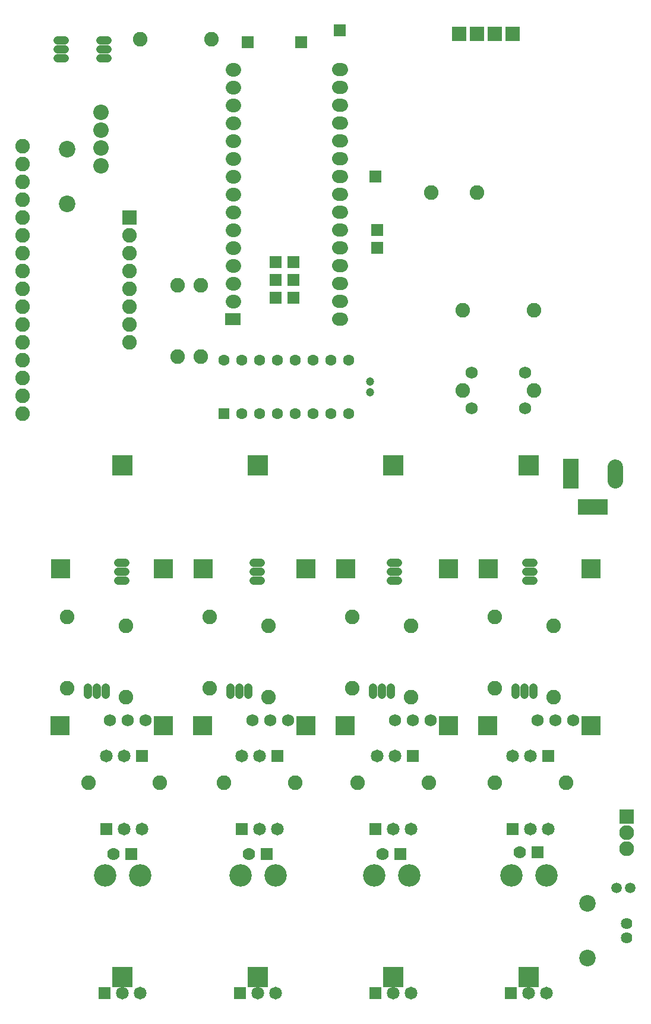
<source format=gts>
G04 Layer: TopSolderMaskLayer*
G04 EasyEDA v5.9.42, Thu, 04 Apr 2019 19:27:21 GMT*
G04 a42c463e7e4844508e23aeb05d994216*
G04 Gerber Generator version 0.2*
G04 Scale: 100 percent, Rotated: No, Reflected: No *
G04 Dimensions in millimeters *
G04 leading zeros omitted , absolute positions ,3 integer and 3 decimal *
%FSLAX33Y33*%
%MOMM*%
G90*
G71D02*

%ADD37C,1.778000*%
%ADD62C,1.203198*%
%ADD63C,2.203196*%
%ADD64C,1.981200*%
%ADD65C,1.903197*%
%ADD66C,1.727200*%
%ADD67R,2.903220X2.903220*%
%ADD68R,1.600200X1.600200*%
%ADD69C,1.600200*%
%ADD70C,2.082800*%
%ADD71R,1.778000X1.778000*%
%ADD72R,2.743200X2.743200*%
%ADD73R,2.203196X4.203192*%
%ADD74R,4.203192X2.203196*%
%ADD75R,2.082800X2.082800*%
%ADD76R,1.816100X1.816100*%
%ADD77C,1.816100*%
%ADD78C,3.203194*%
%ADD79R,2.203196X1.803197*%
%ADD80R,2.003196X2.003196*%
%ADD81R,2.108200X2.108200*%
%ADD82C,2.108200*%
%ADD83C,1.503197*%
%ADD84C,1.625600*%
%ADD85C,2.362200*%

%LPD*%
G54D62*
G01X19422Y66149D02*
G01X18423Y66149D01*
G01X19422Y64879D02*
G01X18423Y64879D01*
G01X19422Y63609D02*
G01X18423Y63609D01*
G01X38726Y66149D02*
G01X37727Y66149D01*
G01X38726Y64879D02*
G01X37727Y64879D01*
G01X38726Y63609D02*
G01X37727Y63609D01*
G01X58284Y66149D02*
G01X57285Y66149D01*
G01X58284Y64879D02*
G01X57285Y64879D01*
G01X58284Y63609D02*
G01X57285Y63609D01*
G01X77588Y66149D02*
G01X76589Y66149D01*
G01X77588Y64879D02*
G01X76589Y64879D01*
G01X77588Y63609D02*
G01X76589Y63609D01*
G54D63*
G01X89311Y79795D02*
G01X89311Y77795D01*
G54D62*
G01X16882Y140571D02*
G01X15883Y140571D01*
G01X16882Y139301D02*
G01X15883Y139301D01*
G01X16882Y138031D02*
G01X15883Y138031D01*
G01X10786Y140571D02*
G01X9787Y140571D01*
G01X10786Y139301D02*
G01X9787Y139301D01*
G01X10786Y138031D02*
G01X9787Y138031D01*
G01X77597Y47361D02*
G01X77597Y48361D01*
G01X76327Y47361D02*
G01X76327Y48361D01*
G01X75057Y47361D02*
G01X75057Y48361D01*
G01X16637Y47361D02*
G01X16637Y48361D01*
G01X15367Y47361D02*
G01X15367Y48361D01*
G01X14097Y47361D02*
G01X14097Y48361D01*
G01X36957Y47361D02*
G01X36957Y48361D01*
G01X35687Y47361D02*
G01X35687Y48361D01*
G01X34417Y47361D02*
G01X34417Y48361D01*
G01X57277Y47361D02*
G01X57277Y48361D01*
G01X56007Y47361D02*
G01X56007Y48361D01*
G01X54737Y47361D02*
G01X54737Y48361D01*
G54D64*
G01X34637Y103360D02*
G01X34959Y103360D01*
G01X34637Y105900D02*
G01X34959Y105900D01*
G01X34637Y108440D02*
G01X34959Y108440D01*
G01X34637Y110980D02*
G01X34959Y110980D01*
G01X34637Y113520D02*
G01X34959Y113520D01*
G01X34637Y116060D02*
G01X34959Y116060D01*
G01X34637Y118600D02*
G01X34959Y118600D01*
G01X34637Y121140D02*
G01X34959Y121140D01*
G01X34637Y123680D02*
G01X34959Y123680D01*
G01X34637Y126220D02*
G01X34959Y126220D01*
G01X34637Y128760D02*
G01X34959Y128760D01*
G01X34637Y131300D02*
G01X34959Y131300D01*
G01X34637Y133840D02*
G01X34959Y133840D01*
G01X34637Y136431D02*
G01X34959Y136431D01*
G54D65*
G01X49838Y100820D02*
G01X50237Y100820D01*
G01X49838Y103360D02*
G01X50237Y103360D01*
G01X49838Y105900D02*
G01X50237Y105900D01*
G01X49838Y108440D02*
G01X50237Y108440D01*
G01X49838Y110980D02*
G01X50237Y110980D01*
G01X49838Y113520D02*
G01X50237Y113520D01*
G01X49838Y116060D02*
G01X50237Y116060D01*
G01X49838Y118600D02*
G01X50237Y118600D01*
G01X49838Y121140D02*
G01X50237Y121140D01*
G01X49838Y123680D02*
G01X50237Y123680D01*
G01X49838Y126220D02*
G01X50237Y126220D01*
G01X49838Y128760D02*
G01X50237Y128760D01*
G01X49838Y131300D02*
G01X50237Y131300D01*
G01X49838Y133840D02*
G01X50237Y133840D01*
G01X49838Y136380D02*
G01X50237Y136380D01*
G54D66*
G01X76454Y88120D03*
G01X68834Y88120D03*
G01X76454Y93200D03*
G01X68834Y93200D03*
G54D67*
G01X19051Y79985D03*
G01X38350Y79985D03*
G01X57649Y79985D03*
G01X76950Y79985D03*
G01X19051Y7085D03*
G01X38350Y7085D03*
G01X57649Y7085D03*
G01X76950Y7085D03*
G54D63*
G01X16002Y130284D03*
G01X16002Y127744D03*
G01X16002Y125204D03*
G01X16002Y122664D03*
G54D68*
G01X33528Y87358D03*
G54D69*
G01X36068Y87358D03*
G01X38608Y87358D03*
G01X41148Y87358D03*
G01X43688Y87358D03*
G01X46228Y87358D03*
G01X48768Y87358D03*
G01X51308Y87358D03*
G01X51308Y94978D03*
G01X48768Y94978D03*
G01X46228Y94978D03*
G01X43688Y94978D03*
G01X41148Y94978D03*
G01X38608Y94978D03*
G01X36068Y94978D03*
G01X33528Y94978D03*
G54D70*
G01X69545Y118854D03*
G01X63042Y118854D03*
G54D71*
G01X40894Y103868D03*
G01X43434Y103868D03*
G01X43434Y106408D03*
G01X40894Y106408D03*
G01X36921Y140281D03*
G01X44541Y140281D03*
G01X40894Y108948D03*
G01X43434Y108948D03*
G54D70*
G01X11176Y48242D03*
G01X11176Y58402D03*
G01X31496Y48242D03*
G01X31496Y58402D03*
G01X51816Y48242D03*
G01X51816Y58402D03*
G01X72136Y48242D03*
G01X72136Y58402D03*
G01X39878Y46972D03*
G01X39878Y57132D03*
G01X62738Y34780D03*
G01X52578Y34780D03*
G01X60198Y46972D03*
G01X60198Y57132D03*
G01X80518Y46972D03*
G01X80518Y57132D03*
G01X19558Y46972D03*
G01X19558Y57132D03*
G01X24384Y34780D03*
G01X14224Y34780D03*
G01X77724Y90660D03*
G01X67564Y90660D03*
G01X43688Y34780D03*
G01X33528Y34780D03*
G01X82296Y34780D03*
G01X72136Y34780D03*
G54D72*
G01X85852Y42908D03*
G01X71120Y42908D03*
G01X85852Y65260D03*
G01X71145Y65234D03*
G54D66*
G01X83312Y43670D03*
G01X78232Y43670D03*
G01X80772Y43670D03*
G54D72*
G01X65532Y42908D03*
G01X50800Y42908D03*
G01X65532Y65260D03*
G01X50825Y65234D03*
G54D66*
G01X62992Y43670D03*
G01X57912Y43670D03*
G01X60452Y43670D03*
G54D72*
G01X45212Y42908D03*
G01X30480Y42908D03*
G01X45212Y65260D03*
G01X30505Y65234D03*
G54D66*
G01X42672Y43670D03*
G01X37592Y43670D03*
G01X40132Y43670D03*
G54D70*
G01X26924Y105646D03*
G01X26924Y95486D03*
G01X30226Y105646D03*
G01X30226Y95486D03*
G54D73*
G01X82937Y78794D03*
G54D74*
G01X86051Y74087D03*
G54D70*
G01X4826Y125458D03*
G01X4826Y122918D03*
G01X4826Y120378D03*
G01X4826Y117838D03*
G01X4826Y115298D03*
G01X4826Y112758D03*
G01X4826Y110218D03*
G01X4826Y107678D03*
G01X4826Y105138D03*
G01X4826Y102598D03*
G01X4826Y100058D03*
G01X4826Y97518D03*
G01X4826Y94978D03*
G01X4826Y92438D03*
G01X4826Y89898D03*
G01X4826Y87358D03*
G54D75*
G01X20066Y115298D03*
G54D70*
G01X20066Y112758D03*
G01X20066Y110218D03*
G01X20066Y107678D03*
G01X20066Y105138D03*
G01X20066Y102598D03*
G01X20066Y100058D03*
G01X20066Y97518D03*
G54D72*
G01X24892Y42908D03*
G01X10160Y42908D03*
G01X24892Y65260D03*
G01X10185Y65234D03*
G54D66*
G01X22352Y43670D03*
G01X17272Y43670D03*
G01X19812Y43670D03*
G54D70*
G01X31750Y140698D03*
G01X21590Y140698D03*
G54D62*
G01X54356Y90406D03*
G01X54356Y91907D03*
G54D71*
G01X50038Y141968D03*
G01X55118Y121140D03*
G01X55372Y113520D03*
G01X55372Y110980D03*
G54D76*
G01X79757Y38588D03*
G54D77*
G01X77216Y38590D03*
G01X74676Y38590D03*
G54D76*
G01X21845Y38588D03*
G54D77*
G01X19304Y38590D03*
G01X16764Y38590D03*
G54D76*
G01X41149Y38588D03*
G54D77*
G01X38608Y38590D03*
G01X36068Y38590D03*
G54D76*
G01X60453Y38588D03*
G54D77*
G01X57912Y38590D03*
G01X55372Y38590D03*
G54D78*
G01X79502Y21572D03*
G01X74503Y21572D03*
G01X59944Y21572D03*
G01X54945Y21572D03*
G01X40894Y21572D03*
G01X35895Y21572D03*
G01X21590Y21572D03*
G01X16591Y21572D03*
G54D71*
G01X20320Y24620D03*
G54D37*
G01X17780Y24620D03*
G54D71*
G01X39624Y24620D03*
G54D37*
G01X37084Y24620D03*
G54D71*
G01X58674Y24620D03*
G54D37*
G01X56134Y24620D03*
G54D71*
G01X78232Y24874D03*
G54D37*
G01X75692Y24874D03*
G54D76*
G01X74677Y28174D03*
G54D77*
G01X77216Y28176D03*
G01X79756Y28176D03*
G54D76*
G01X74425Y4804D03*
G54D77*
G01X76964Y4805D03*
G01X79504Y4805D03*
G54D76*
G01X36071Y28172D03*
G54D77*
G01X38610Y28173D03*
G01X41150Y28173D03*
G54D76*
G01X35817Y4804D03*
G54D77*
G01X38356Y4805D03*
G01X40896Y4805D03*
G54D76*
G01X55121Y28172D03*
G54D77*
G01X57660Y28173D03*
G01X60200Y28173D03*
G54D76*
G01X55121Y4804D03*
G54D77*
G01X57660Y4805D03*
G01X60200Y4805D03*
G54D76*
G01X16767Y28172D03*
G54D77*
G01X19306Y28173D03*
G01X21846Y28173D03*
G54D76*
G01X16513Y4804D03*
G54D77*
G01X19052Y4805D03*
G01X21592Y4805D03*
G54D79*
G01X34798Y100820D03*
G54D80*
G01X67056Y141460D03*
G01X69596Y141460D03*
G01X72136Y141460D03*
G01X74676Y141460D03*
G54D81*
G01X90932Y29966D03*
G54D82*
G01X90932Y27680D03*
G01X90932Y25369D03*
G54D70*
G01X77724Y102090D03*
G01X67564Y102090D03*
G54D83*
G01X91423Y19794D03*
G01X89424Y19794D03*
G54D84*
G01X90932Y12707D03*
G01X90932Y14688D03*
G54D85*
G01X85344Y17571D03*
G01X85344Y9824D03*
G01X11176Y125013D03*
G01X11176Y117266D03*
M00*
M02*

</source>
